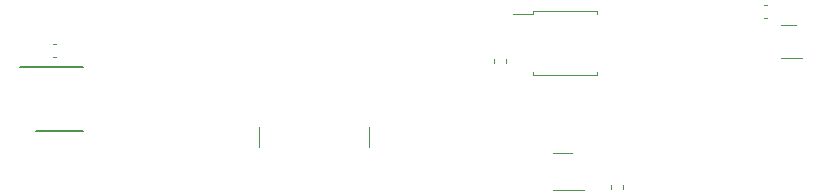
<source format=gbr>
%TF.GenerationSoftware,KiCad,Pcbnew,7.0.10*%
%TF.CreationDate,2024-01-22T07:53:42+01:00*%
%TF.ProjectId,smd_breadboard,736d645f-6272-4656-9164-626f6172642e,rev?*%
%TF.SameCoordinates,Original*%
%TF.FileFunction,Legend,Top*%
%TF.FilePolarity,Positive*%
%FSLAX46Y46*%
G04 Gerber Fmt 4.6, Leading zero omitted, Abs format (unit mm)*
G04 Created by KiCad (PCBNEW 7.0.10) date 2024-01-22 07:53:42*
%MOMM*%
%LPD*%
G01*
G04 APERTURE LIST*
%ADD10C,0.120000*%
%ADD11C,0.150000*%
G04 APERTURE END LIST*
D10*
%TO.C,C3*%
X179470267Y-65407000D02*
X179177733Y-65407000D01*
X179470267Y-64387000D02*
X179177733Y-64387000D01*
X156335000Y-69234267D02*
X156335000Y-68941733D01*
X157355000Y-69234267D02*
X157355000Y-68941733D01*
X166241000Y-79902267D02*
X166241000Y-79609733D01*
X167261000Y-79902267D02*
X167261000Y-79609733D01*
X118979733Y-67689000D02*
X119272267Y-67689000D01*
X118979733Y-68709000D02*
X119272267Y-68709000D01*
%TO.C,USB4105-GF-A*%
X145750000Y-76400000D02*
X145750000Y-74700000D01*
X136410000Y-76400000D02*
X136410000Y-74700000D01*
%TO.C,QUAD 8SOIC*%
X159617500Y-64812500D02*
X159617500Y-65072500D01*
X159617500Y-65072500D02*
X157942500Y-65072500D01*
X159617500Y-70262500D02*
X159617500Y-70002500D01*
X162342500Y-64812500D02*
X159617500Y-64812500D01*
X162342500Y-64812500D02*
X165067500Y-64812500D01*
X162342500Y-70262500D02*
X159617500Y-70262500D01*
X162342500Y-70262500D02*
X165067500Y-70262500D01*
X165067500Y-64812500D02*
X165067500Y-65072500D01*
X165067500Y-70262500D02*
X165067500Y-70002500D01*
D11*
%TO.C,16SSOP*%
X116225000Y-69575000D02*
X121500000Y-69575000D01*
X117500000Y-74975000D02*
X121500000Y-74975000D01*
D10*
%TO.C,SHT30-DIS-B2.5KS*%
X182367500Y-68832500D02*
X180627500Y-68832500D01*
X181927500Y-66012500D02*
X180627500Y-66012500D01*
%TO.C,TSOT23-6*%
X162140000Y-79980000D02*
X163940000Y-79980000D01*
X162140000Y-79980000D02*
X161340000Y-79980000D01*
X162140000Y-76860000D02*
X162940000Y-76860000D01*
X162140000Y-76860000D02*
X161340000Y-76860000D01*
%TD*%
M02*

</source>
